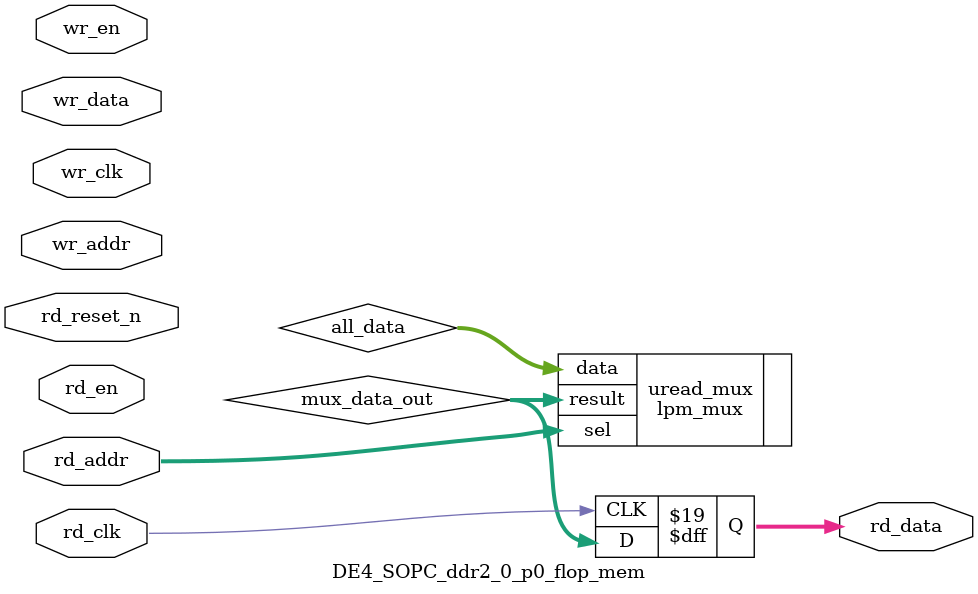
<source format=v>


(* altera_attribute = "-name ALLOW_SYNCH_CTRL_USAGE ON;-name AUTO_CLOCK_ENABLE_RECOGNITION ON" *)
module DE4_SOPC_ddr2_0_p0_flop_mem(
	wr_clk,
	wr_en,
	wr_addr,
	wr_data,
	rd_reset_n,
	rd_clk,
	rd_en,
	rd_addr,
	rd_data
);

parameter WRITE_MEM_DEPTH	= "";
parameter WRITE_ADDR_WIDTH	= "";
parameter WRITE_DATA_WIDTH	= "";
parameter READ_MEM_DEPTH	= "";
parameter READ_ADDR_WIDTH	= "";		 
parameter READ_DATA_WIDTH	= "";


input	wr_clk;
input	wr_en;
input	[WRITE_ADDR_WIDTH-1:0] wr_addr;
input	[WRITE_DATA_WIDTH-1:0] wr_data;
input	rd_reset_n;
input	rd_clk;
input	rd_en;
input	[READ_ADDR_WIDTH-1:0] rd_addr;
output	[READ_DATA_WIDTH-1:0] rd_data;



wire	[WRITE_MEM_DEPTH-1:0] wr_decode;
wire	[WRITE_DATA_WIDTH*WRITE_MEM_DEPTH-1:0] all_data;
wire	[READ_DATA_WIDTH-1:0] mux_data_out;



// declare a memory with WRITE_MEM_DEPTH entries
// each entry contains a data size of WRITE_DATA_WIDTH
reg	[WRITE_DATA_WIDTH-1:0] data_stored [0:WRITE_MEM_DEPTH-1] /* synthesis syn_preserve = 1 */;
reg	[READ_DATA_WIDTH-1:0] rd_data;

always @(posedge wr_clk)
begin
	if(wr_en)
		data_stored[wr_addr] <= wr_data;
end

generate
genvar entry;

	for (entry=0; entry < WRITE_MEM_DEPTH; entry=entry+1)
	begin: mem_location
		assign all_data[(WRITE_DATA_WIDTH*(entry+1)-1) : (WRITE_DATA_WIDTH*entry)] = data_stored[entry]; 
	end
endgenerate

	// mux to select the correct output data based on read address
	lpm_mux	uread_mux(
		.sel (rd_addr),
		.data (all_data),
		.result (mux_data_out)
		// synopsys translate_off
		,
		.aclr (),
		.clken (),
		.clock ()
		// synopsys translate_on
		);
     defparam uread_mux.lpm_size = READ_MEM_DEPTH;
     defparam uread_mux.lpm_type = "LPM_MUX";
     defparam uread_mux.lpm_width = READ_DATA_WIDTH;
     defparam uread_mux.lpm_widths = READ_ADDR_WIDTH;

	always @(posedge rd_clk)	
	begin
		rd_data <= mux_data_out;
	end

endmodule

</source>
